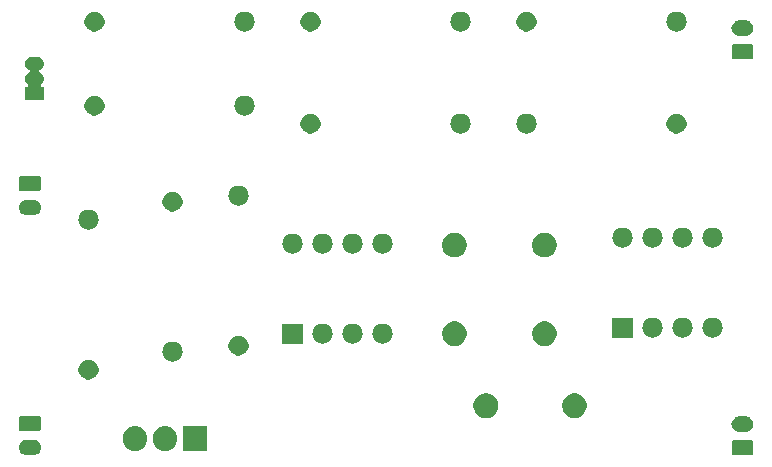
<source format=gbs>
G04 #@! TF.GenerationSoftware,KiCad,Pcbnew,(5.0.1)-rc2*
G04 #@! TF.CreationDate,2018-10-16T23:55:48-04:00*
G04 #@! TF.ProjectId,vco2,76636F322E6B696361645F7063620000,1*
G04 #@! TF.SameCoordinates,Original*
G04 #@! TF.FileFunction,Soldermask,Bot*
G04 #@! TF.FilePolarity,Negative*
%FSLAX46Y46*%
G04 Gerber Fmt 4.6, Leading zero omitted, Abs format (unit mm)*
G04 Created by KiCad (PCBNEW (5.0.1)-rc2) date 10/16/2018 11:55:48 PM*
%MOMM*%
%LPD*%
G01*
G04 APERTURE LIST*
%ADD10C,0.100000*%
G04 APERTURE END LIST*
D10*
G36*
X135386242Y-125845404D02*
X135423339Y-125856657D01*
X135457520Y-125874927D01*
X135487482Y-125899518D01*
X135512073Y-125929480D01*
X135530343Y-125963661D01*
X135541596Y-126000758D01*
X135546000Y-126045473D01*
X135546000Y-126938527D01*
X135541596Y-126983242D01*
X135530343Y-127020339D01*
X135512073Y-127054520D01*
X135487482Y-127084482D01*
X135457520Y-127109073D01*
X135423339Y-127127343D01*
X135386242Y-127138596D01*
X135341527Y-127143000D01*
X133898473Y-127143000D01*
X133853758Y-127138596D01*
X133816661Y-127127343D01*
X133782480Y-127109073D01*
X133752518Y-127084482D01*
X133727927Y-127054520D01*
X133709657Y-127020339D01*
X133698404Y-126983242D01*
X133694000Y-126938527D01*
X133694000Y-126045473D01*
X133698404Y-126000758D01*
X133709657Y-125963661D01*
X133727927Y-125929480D01*
X133752518Y-125899518D01*
X133782480Y-125874927D01*
X133816661Y-125856657D01*
X133853758Y-125845404D01*
X133898473Y-125841000D01*
X135341527Y-125841000D01*
X135386242Y-125845404D01*
X135386242Y-125845404D01*
G37*
G36*
X74633855Y-125812140D02*
X74697618Y-125818420D01*
X74772054Y-125841000D01*
X74820333Y-125855645D01*
X74878458Y-125886714D01*
X74933426Y-125916095D01*
X75032553Y-125997447D01*
X75113905Y-126096574D01*
X75113906Y-126096576D01*
X75174355Y-126209667D01*
X75174355Y-126209668D01*
X75211580Y-126332382D01*
X75224149Y-126460000D01*
X75211580Y-126587618D01*
X75202995Y-126615919D01*
X75174355Y-126710333D01*
X75136582Y-126781000D01*
X75113905Y-126823426D01*
X75032553Y-126922553D01*
X74933426Y-127003905D01*
X74933424Y-127003906D01*
X74820333Y-127064355D01*
X74779427Y-127076763D01*
X74697618Y-127101580D01*
X74633855Y-127107860D01*
X74601974Y-127111000D01*
X73988026Y-127111000D01*
X73956145Y-127107860D01*
X73892382Y-127101580D01*
X73810573Y-127076763D01*
X73769667Y-127064355D01*
X73656576Y-127003906D01*
X73656574Y-127003905D01*
X73557447Y-126922553D01*
X73476095Y-126823426D01*
X73453418Y-126781000D01*
X73415645Y-126710333D01*
X73387005Y-126615919D01*
X73378420Y-126587618D01*
X73365851Y-126460000D01*
X73378420Y-126332382D01*
X73415645Y-126209668D01*
X73415645Y-126209667D01*
X73476094Y-126096576D01*
X73476095Y-126096574D01*
X73557447Y-125997447D01*
X73656574Y-125916095D01*
X73711542Y-125886714D01*
X73769667Y-125855645D01*
X73817946Y-125841000D01*
X73892382Y-125818420D01*
X73956145Y-125812140D01*
X73988026Y-125809000D01*
X74601974Y-125809000D01*
X74633855Y-125812140D01*
X74633855Y-125812140D01*
G37*
G36*
X83381720Y-124693520D02*
X83570881Y-124750901D01*
X83745212Y-124844083D01*
X83898015Y-124969485D01*
X84023417Y-125122288D01*
X84116599Y-125296620D01*
X84173980Y-125485781D01*
X84173980Y-125485784D01*
X84188500Y-125633205D01*
X84188500Y-125826796D01*
X84185559Y-125856657D01*
X84173980Y-125974220D01*
X84116599Y-126163381D01*
X84023417Y-126337712D01*
X83898015Y-126490515D01*
X83745212Y-126615917D01*
X83570880Y-126709099D01*
X83381719Y-126766480D01*
X83185000Y-126785855D01*
X82988280Y-126766480D01*
X82799119Y-126709099D01*
X82624788Y-126615917D01*
X82471985Y-126490515D01*
X82346583Y-126337712D01*
X82253401Y-126163380D01*
X82196020Y-125974219D01*
X82184342Y-125855645D01*
X82181500Y-125826795D01*
X82181500Y-125633204D01*
X82196020Y-125485783D01*
X82196020Y-125485780D01*
X82253401Y-125296619D01*
X82346583Y-125122288D01*
X82471985Y-124969485D01*
X82624788Y-124844083D01*
X82799120Y-124750901D01*
X82988281Y-124693520D01*
X83185000Y-124674145D01*
X83381720Y-124693520D01*
X83381720Y-124693520D01*
G37*
G36*
X85921720Y-124693520D02*
X86110881Y-124750901D01*
X86285212Y-124844083D01*
X86438015Y-124969485D01*
X86563417Y-125122288D01*
X86656599Y-125296620D01*
X86713980Y-125485781D01*
X86713980Y-125485784D01*
X86728500Y-125633205D01*
X86728500Y-125826796D01*
X86725559Y-125856657D01*
X86713980Y-125974220D01*
X86656599Y-126163381D01*
X86563417Y-126337712D01*
X86438015Y-126490515D01*
X86285212Y-126615917D01*
X86110880Y-126709099D01*
X85921719Y-126766480D01*
X85725000Y-126785855D01*
X85528280Y-126766480D01*
X85339119Y-126709099D01*
X85164788Y-126615917D01*
X85011985Y-126490515D01*
X84886583Y-126337712D01*
X84793401Y-126163380D01*
X84736020Y-125974219D01*
X84724342Y-125855645D01*
X84721500Y-125826795D01*
X84721500Y-125633204D01*
X84736020Y-125485783D01*
X84736020Y-125485780D01*
X84793401Y-125296619D01*
X84886583Y-125122288D01*
X85011985Y-124969485D01*
X85164788Y-124844083D01*
X85339120Y-124750901D01*
X85528281Y-124693520D01*
X85725000Y-124674145D01*
X85921720Y-124693520D01*
X85921720Y-124693520D01*
G37*
G36*
X89268500Y-126781000D02*
X87261500Y-126781000D01*
X87261500Y-124679000D01*
X89268500Y-124679000D01*
X89268500Y-126781000D01*
X89268500Y-126781000D01*
G37*
G36*
X134946539Y-123842927D02*
X135022618Y-123850420D01*
X135078982Y-123867518D01*
X135145333Y-123887645D01*
X135223733Y-123929551D01*
X135258426Y-123948095D01*
X135357553Y-124029447D01*
X135438905Y-124128574D01*
X135438906Y-124128576D01*
X135499355Y-124241667D01*
X135499355Y-124241668D01*
X135536580Y-124364382D01*
X135549149Y-124492000D01*
X135536580Y-124619618D01*
X135514162Y-124693520D01*
X135499355Y-124742333D01*
X135494775Y-124750901D01*
X135438905Y-124855426D01*
X135357553Y-124954553D01*
X135258426Y-125035905D01*
X135258424Y-125035906D01*
X135145333Y-125096355D01*
X135114236Y-125105788D01*
X135022618Y-125133580D01*
X134958855Y-125139860D01*
X134926974Y-125143000D01*
X134313026Y-125143000D01*
X134281145Y-125139860D01*
X134217382Y-125133580D01*
X134125764Y-125105788D01*
X134094667Y-125096355D01*
X133981576Y-125035906D01*
X133981574Y-125035905D01*
X133882447Y-124954553D01*
X133801095Y-124855426D01*
X133745225Y-124750901D01*
X133740645Y-124742333D01*
X133725838Y-124693520D01*
X133703420Y-124619618D01*
X133690851Y-124492000D01*
X133703420Y-124364382D01*
X133740645Y-124241668D01*
X133740645Y-124241667D01*
X133801094Y-124128576D01*
X133801095Y-124128574D01*
X133882447Y-124029447D01*
X133981574Y-123948095D01*
X134016267Y-123929551D01*
X134094667Y-123887645D01*
X134161018Y-123867518D01*
X134217382Y-123850420D01*
X134293461Y-123842927D01*
X134313026Y-123841000D01*
X134926974Y-123841000D01*
X134946539Y-123842927D01*
X134946539Y-123842927D01*
G37*
G36*
X75061242Y-123813404D02*
X75098339Y-123824657D01*
X75132520Y-123842927D01*
X75162482Y-123867518D01*
X75187073Y-123897480D01*
X75205343Y-123931661D01*
X75216596Y-123968758D01*
X75221000Y-124013473D01*
X75221000Y-124906527D01*
X75216596Y-124951242D01*
X75205343Y-124988339D01*
X75187073Y-125022520D01*
X75162482Y-125052482D01*
X75132520Y-125077073D01*
X75098339Y-125095343D01*
X75061242Y-125106596D01*
X75016527Y-125111000D01*
X73573473Y-125111000D01*
X73528758Y-125106596D01*
X73491661Y-125095343D01*
X73457480Y-125077073D01*
X73427518Y-125052482D01*
X73402927Y-125022520D01*
X73384657Y-124988339D01*
X73373404Y-124951242D01*
X73369000Y-124906527D01*
X73369000Y-124013473D01*
X73373404Y-123968758D01*
X73384657Y-123931661D01*
X73402927Y-123897480D01*
X73427518Y-123867518D01*
X73457480Y-123842927D01*
X73491661Y-123824657D01*
X73528758Y-123813404D01*
X73573473Y-123809000D01*
X75016527Y-123809000D01*
X75061242Y-123813404D01*
X75061242Y-123813404D01*
G37*
G36*
X120702565Y-121925389D02*
X120893834Y-122004615D01*
X121065976Y-122119637D01*
X121212363Y-122266024D01*
X121327385Y-122438166D01*
X121406611Y-122629435D01*
X121447000Y-122832484D01*
X121447000Y-123039516D01*
X121406611Y-123242565D01*
X121327385Y-123433834D01*
X121212363Y-123605976D01*
X121065976Y-123752363D01*
X120893834Y-123867385D01*
X120702565Y-123946611D01*
X120499516Y-123987000D01*
X120292484Y-123987000D01*
X120089435Y-123946611D01*
X119898166Y-123867385D01*
X119726024Y-123752363D01*
X119579637Y-123605976D01*
X119464615Y-123433834D01*
X119385389Y-123242565D01*
X119345000Y-123039516D01*
X119345000Y-122832484D01*
X119385389Y-122629435D01*
X119464615Y-122438166D01*
X119579637Y-122266024D01*
X119726024Y-122119637D01*
X119898166Y-122004615D01*
X120089435Y-121925389D01*
X120292484Y-121885000D01*
X120499516Y-121885000D01*
X120702565Y-121925389D01*
X120702565Y-121925389D01*
G37*
G36*
X113202565Y-121925389D02*
X113393834Y-122004615D01*
X113565976Y-122119637D01*
X113712363Y-122266024D01*
X113827385Y-122438166D01*
X113906611Y-122629435D01*
X113947000Y-122832484D01*
X113947000Y-123039516D01*
X113906611Y-123242565D01*
X113827385Y-123433834D01*
X113712363Y-123605976D01*
X113565976Y-123752363D01*
X113393834Y-123867385D01*
X113202565Y-123946611D01*
X112999516Y-123987000D01*
X112792484Y-123987000D01*
X112589435Y-123946611D01*
X112398166Y-123867385D01*
X112226024Y-123752363D01*
X112079637Y-123605976D01*
X111964615Y-123433834D01*
X111885389Y-123242565D01*
X111845000Y-123039516D01*
X111845000Y-122832484D01*
X111885389Y-122629435D01*
X111964615Y-122438166D01*
X112079637Y-122266024D01*
X112226024Y-122119637D01*
X112398166Y-122004615D01*
X112589435Y-121925389D01*
X112792484Y-121885000D01*
X112999516Y-121885000D01*
X113202565Y-121925389D01*
X113202565Y-121925389D01*
G37*
G36*
X79496228Y-119069703D02*
X79651100Y-119133853D01*
X79790481Y-119226985D01*
X79909015Y-119345519D01*
X80002147Y-119484900D01*
X80066297Y-119639772D01*
X80099000Y-119804184D01*
X80099000Y-119971816D01*
X80066297Y-120136228D01*
X80002147Y-120291100D01*
X79909015Y-120430481D01*
X79790481Y-120549015D01*
X79651100Y-120642147D01*
X79496228Y-120706297D01*
X79331816Y-120739000D01*
X79164184Y-120739000D01*
X78999772Y-120706297D01*
X78844900Y-120642147D01*
X78705519Y-120549015D01*
X78586985Y-120430481D01*
X78493853Y-120291100D01*
X78429703Y-120136228D01*
X78397000Y-119971816D01*
X78397000Y-119804184D01*
X78429703Y-119639772D01*
X78493853Y-119484900D01*
X78586985Y-119345519D01*
X78705519Y-119226985D01*
X78844900Y-119133853D01*
X78999772Y-119069703D01*
X79164184Y-119037000D01*
X79331816Y-119037000D01*
X79496228Y-119069703D01*
X79496228Y-119069703D01*
G37*
G36*
X86526821Y-117525313D02*
X86526824Y-117525314D01*
X86526825Y-117525314D01*
X86687239Y-117573975D01*
X86687241Y-117573976D01*
X86687244Y-117573977D01*
X86835078Y-117652995D01*
X86964659Y-117759341D01*
X87071005Y-117888922D01*
X87150023Y-118036756D01*
X87150024Y-118036759D01*
X87150025Y-118036761D01*
X87198686Y-118197175D01*
X87198687Y-118197179D01*
X87215117Y-118364000D01*
X87198687Y-118530821D01*
X87198686Y-118530824D01*
X87198686Y-118530825D01*
X87155165Y-118674296D01*
X87150023Y-118691244D01*
X87071005Y-118839078D01*
X86964659Y-118968659D01*
X86835078Y-119075005D01*
X86687244Y-119154023D01*
X86687241Y-119154024D01*
X86687239Y-119154025D01*
X86526825Y-119202686D01*
X86526824Y-119202686D01*
X86526821Y-119202687D01*
X86401804Y-119215000D01*
X86318196Y-119215000D01*
X86193179Y-119202687D01*
X86193176Y-119202686D01*
X86193175Y-119202686D01*
X86032761Y-119154025D01*
X86032759Y-119154024D01*
X86032756Y-119154023D01*
X85884922Y-119075005D01*
X85755341Y-118968659D01*
X85648995Y-118839078D01*
X85569977Y-118691244D01*
X85564836Y-118674296D01*
X85521314Y-118530825D01*
X85521314Y-118530824D01*
X85521313Y-118530821D01*
X85504883Y-118364000D01*
X85521313Y-118197179D01*
X85521314Y-118197175D01*
X85569975Y-118036761D01*
X85569976Y-118036759D01*
X85569977Y-118036756D01*
X85648995Y-117888922D01*
X85755341Y-117759341D01*
X85884922Y-117652995D01*
X86032756Y-117573977D01*
X86032759Y-117573976D01*
X86032761Y-117573975D01*
X86193175Y-117525314D01*
X86193176Y-117525314D01*
X86193179Y-117525313D01*
X86318196Y-117513000D01*
X86401804Y-117513000D01*
X86526821Y-117525313D01*
X86526821Y-117525313D01*
G37*
G36*
X92196228Y-117037703D02*
X92351100Y-117101853D01*
X92490481Y-117194985D01*
X92609015Y-117313519D01*
X92702147Y-117452900D01*
X92766297Y-117607772D01*
X92799000Y-117772184D01*
X92799000Y-117939816D01*
X92766297Y-118104228D01*
X92702147Y-118259100D01*
X92609015Y-118398481D01*
X92490481Y-118517015D01*
X92351100Y-118610147D01*
X92196228Y-118674297D01*
X92031816Y-118707000D01*
X91864184Y-118707000D01*
X91699772Y-118674297D01*
X91544900Y-118610147D01*
X91405519Y-118517015D01*
X91286985Y-118398481D01*
X91193853Y-118259100D01*
X91129703Y-118104228D01*
X91097000Y-117939816D01*
X91097000Y-117772184D01*
X91129703Y-117607772D01*
X91193853Y-117452900D01*
X91286985Y-117313519D01*
X91405519Y-117194985D01*
X91544900Y-117101853D01*
X91699772Y-117037703D01*
X91864184Y-117005000D01*
X92031816Y-117005000D01*
X92196228Y-117037703D01*
X92196228Y-117037703D01*
G37*
G36*
X110542565Y-115829389D02*
X110733834Y-115908615D01*
X110905976Y-116023637D01*
X111052363Y-116170024D01*
X111167385Y-116342166D01*
X111246611Y-116533435D01*
X111287000Y-116736484D01*
X111287000Y-116943516D01*
X111246611Y-117146565D01*
X111167385Y-117337834D01*
X111052363Y-117509976D01*
X110905976Y-117656363D01*
X110733834Y-117771385D01*
X110542565Y-117850611D01*
X110339516Y-117891000D01*
X110132484Y-117891000D01*
X109929435Y-117850611D01*
X109738166Y-117771385D01*
X109566024Y-117656363D01*
X109419637Y-117509976D01*
X109304615Y-117337834D01*
X109225389Y-117146565D01*
X109185000Y-116943516D01*
X109185000Y-116736484D01*
X109225389Y-116533435D01*
X109304615Y-116342166D01*
X109419637Y-116170024D01*
X109566024Y-116023637D01*
X109738166Y-115908615D01*
X109929435Y-115829389D01*
X110132484Y-115789000D01*
X110339516Y-115789000D01*
X110542565Y-115829389D01*
X110542565Y-115829389D01*
G37*
G36*
X118162565Y-115829389D02*
X118353834Y-115908615D01*
X118525976Y-116023637D01*
X118672363Y-116170024D01*
X118787385Y-116342166D01*
X118866611Y-116533435D01*
X118907000Y-116736484D01*
X118907000Y-116943516D01*
X118866611Y-117146565D01*
X118787385Y-117337834D01*
X118672363Y-117509976D01*
X118525976Y-117656363D01*
X118353834Y-117771385D01*
X118162565Y-117850611D01*
X117959516Y-117891000D01*
X117752484Y-117891000D01*
X117549435Y-117850611D01*
X117358166Y-117771385D01*
X117186024Y-117656363D01*
X117039637Y-117509976D01*
X116924615Y-117337834D01*
X116845389Y-117146565D01*
X116805000Y-116943516D01*
X116805000Y-116736484D01*
X116845389Y-116533435D01*
X116924615Y-116342166D01*
X117039637Y-116170024D01*
X117186024Y-116023637D01*
X117358166Y-115908615D01*
X117549435Y-115829389D01*
X117752484Y-115789000D01*
X117959516Y-115789000D01*
X118162565Y-115829389D01*
X118162565Y-115829389D01*
G37*
G36*
X97371000Y-117691000D02*
X95669000Y-117691000D01*
X95669000Y-115989000D01*
X97371000Y-115989000D01*
X97371000Y-117691000D01*
X97371000Y-117691000D01*
G37*
G36*
X104306821Y-116001313D02*
X104306824Y-116001314D01*
X104306825Y-116001314D01*
X104467239Y-116049975D01*
X104467241Y-116049976D01*
X104467244Y-116049977D01*
X104615078Y-116128995D01*
X104744659Y-116235341D01*
X104851005Y-116364922D01*
X104930023Y-116512756D01*
X104930024Y-116512759D01*
X104930025Y-116512761D01*
X104974460Y-116659244D01*
X104978687Y-116673179D01*
X104995117Y-116840000D01*
X104978687Y-117006821D01*
X104978686Y-117006824D01*
X104978686Y-117006825D01*
X104943741Y-117122025D01*
X104930023Y-117167244D01*
X104851005Y-117315078D01*
X104744659Y-117444659D01*
X104615078Y-117551005D01*
X104467244Y-117630023D01*
X104467241Y-117630024D01*
X104467239Y-117630025D01*
X104306825Y-117678686D01*
X104306824Y-117678686D01*
X104306821Y-117678687D01*
X104181804Y-117691000D01*
X104098196Y-117691000D01*
X103973179Y-117678687D01*
X103973176Y-117678686D01*
X103973175Y-117678686D01*
X103812761Y-117630025D01*
X103812759Y-117630024D01*
X103812756Y-117630023D01*
X103664922Y-117551005D01*
X103535341Y-117444659D01*
X103428995Y-117315078D01*
X103349977Y-117167244D01*
X103336260Y-117122025D01*
X103301314Y-117006825D01*
X103301314Y-117006824D01*
X103301313Y-117006821D01*
X103284883Y-116840000D01*
X103301313Y-116673179D01*
X103305540Y-116659244D01*
X103349975Y-116512761D01*
X103349976Y-116512759D01*
X103349977Y-116512756D01*
X103428995Y-116364922D01*
X103535341Y-116235341D01*
X103664922Y-116128995D01*
X103812756Y-116049977D01*
X103812759Y-116049976D01*
X103812761Y-116049975D01*
X103973175Y-116001314D01*
X103973176Y-116001314D01*
X103973179Y-116001313D01*
X104098196Y-115989000D01*
X104181804Y-115989000D01*
X104306821Y-116001313D01*
X104306821Y-116001313D01*
G37*
G36*
X101766821Y-116001313D02*
X101766824Y-116001314D01*
X101766825Y-116001314D01*
X101927239Y-116049975D01*
X101927241Y-116049976D01*
X101927244Y-116049977D01*
X102075078Y-116128995D01*
X102204659Y-116235341D01*
X102311005Y-116364922D01*
X102390023Y-116512756D01*
X102390024Y-116512759D01*
X102390025Y-116512761D01*
X102434460Y-116659244D01*
X102438687Y-116673179D01*
X102455117Y-116840000D01*
X102438687Y-117006821D01*
X102438686Y-117006824D01*
X102438686Y-117006825D01*
X102403741Y-117122025D01*
X102390023Y-117167244D01*
X102311005Y-117315078D01*
X102204659Y-117444659D01*
X102075078Y-117551005D01*
X101927244Y-117630023D01*
X101927241Y-117630024D01*
X101927239Y-117630025D01*
X101766825Y-117678686D01*
X101766824Y-117678686D01*
X101766821Y-117678687D01*
X101641804Y-117691000D01*
X101558196Y-117691000D01*
X101433179Y-117678687D01*
X101433176Y-117678686D01*
X101433175Y-117678686D01*
X101272761Y-117630025D01*
X101272759Y-117630024D01*
X101272756Y-117630023D01*
X101124922Y-117551005D01*
X100995341Y-117444659D01*
X100888995Y-117315078D01*
X100809977Y-117167244D01*
X100796260Y-117122025D01*
X100761314Y-117006825D01*
X100761314Y-117006824D01*
X100761313Y-117006821D01*
X100744883Y-116840000D01*
X100761313Y-116673179D01*
X100765540Y-116659244D01*
X100809975Y-116512761D01*
X100809976Y-116512759D01*
X100809977Y-116512756D01*
X100888995Y-116364922D01*
X100995341Y-116235341D01*
X101124922Y-116128995D01*
X101272756Y-116049977D01*
X101272759Y-116049976D01*
X101272761Y-116049975D01*
X101433175Y-116001314D01*
X101433176Y-116001314D01*
X101433179Y-116001313D01*
X101558196Y-115989000D01*
X101641804Y-115989000D01*
X101766821Y-116001313D01*
X101766821Y-116001313D01*
G37*
G36*
X99226821Y-116001313D02*
X99226824Y-116001314D01*
X99226825Y-116001314D01*
X99387239Y-116049975D01*
X99387241Y-116049976D01*
X99387244Y-116049977D01*
X99535078Y-116128995D01*
X99664659Y-116235341D01*
X99771005Y-116364922D01*
X99850023Y-116512756D01*
X99850024Y-116512759D01*
X99850025Y-116512761D01*
X99894460Y-116659244D01*
X99898687Y-116673179D01*
X99915117Y-116840000D01*
X99898687Y-117006821D01*
X99898686Y-117006824D01*
X99898686Y-117006825D01*
X99863741Y-117122025D01*
X99850023Y-117167244D01*
X99771005Y-117315078D01*
X99664659Y-117444659D01*
X99535078Y-117551005D01*
X99387244Y-117630023D01*
X99387241Y-117630024D01*
X99387239Y-117630025D01*
X99226825Y-117678686D01*
X99226824Y-117678686D01*
X99226821Y-117678687D01*
X99101804Y-117691000D01*
X99018196Y-117691000D01*
X98893179Y-117678687D01*
X98893176Y-117678686D01*
X98893175Y-117678686D01*
X98732761Y-117630025D01*
X98732759Y-117630024D01*
X98732756Y-117630023D01*
X98584922Y-117551005D01*
X98455341Y-117444659D01*
X98348995Y-117315078D01*
X98269977Y-117167244D01*
X98256260Y-117122025D01*
X98221314Y-117006825D01*
X98221314Y-117006824D01*
X98221313Y-117006821D01*
X98204883Y-116840000D01*
X98221313Y-116673179D01*
X98225540Y-116659244D01*
X98269975Y-116512761D01*
X98269976Y-116512759D01*
X98269977Y-116512756D01*
X98348995Y-116364922D01*
X98455341Y-116235341D01*
X98584922Y-116128995D01*
X98732756Y-116049977D01*
X98732759Y-116049976D01*
X98732761Y-116049975D01*
X98893175Y-116001314D01*
X98893176Y-116001314D01*
X98893179Y-116001313D01*
X99018196Y-115989000D01*
X99101804Y-115989000D01*
X99226821Y-116001313D01*
X99226821Y-116001313D01*
G37*
G36*
X129706821Y-115493313D02*
X129706824Y-115493314D01*
X129706825Y-115493314D01*
X129867239Y-115541975D01*
X129867241Y-115541976D01*
X129867244Y-115541977D01*
X130015078Y-115620995D01*
X130144659Y-115727341D01*
X130251005Y-115856922D01*
X130330023Y-116004756D01*
X130330024Y-116004759D01*
X130330025Y-116004761D01*
X130343741Y-116049977D01*
X130378687Y-116165179D01*
X130395117Y-116332000D01*
X130378687Y-116498821D01*
X130378686Y-116498824D01*
X130378686Y-116498825D01*
X130374459Y-116512761D01*
X130330023Y-116659244D01*
X130251005Y-116807078D01*
X130144659Y-116936659D01*
X130015078Y-117043005D01*
X129867244Y-117122023D01*
X129867241Y-117122024D01*
X129867239Y-117122025D01*
X129706825Y-117170686D01*
X129706824Y-117170686D01*
X129706821Y-117170687D01*
X129581804Y-117183000D01*
X129498196Y-117183000D01*
X129373179Y-117170687D01*
X129373176Y-117170686D01*
X129373175Y-117170686D01*
X129212761Y-117122025D01*
X129212759Y-117122024D01*
X129212756Y-117122023D01*
X129064922Y-117043005D01*
X128935341Y-116936659D01*
X128828995Y-116807078D01*
X128749977Y-116659244D01*
X128705542Y-116512761D01*
X128701314Y-116498825D01*
X128701314Y-116498824D01*
X128701313Y-116498821D01*
X128684883Y-116332000D01*
X128701313Y-116165179D01*
X128736259Y-116049977D01*
X128749975Y-116004761D01*
X128749976Y-116004759D01*
X128749977Y-116004756D01*
X128828995Y-115856922D01*
X128935341Y-115727341D01*
X129064922Y-115620995D01*
X129212756Y-115541977D01*
X129212759Y-115541976D01*
X129212761Y-115541975D01*
X129373175Y-115493314D01*
X129373176Y-115493314D01*
X129373179Y-115493313D01*
X129498196Y-115481000D01*
X129581804Y-115481000D01*
X129706821Y-115493313D01*
X129706821Y-115493313D01*
G37*
G36*
X125311000Y-117183000D02*
X123609000Y-117183000D01*
X123609000Y-115481000D01*
X125311000Y-115481000D01*
X125311000Y-117183000D01*
X125311000Y-117183000D01*
G37*
G36*
X127166821Y-115493313D02*
X127166824Y-115493314D01*
X127166825Y-115493314D01*
X127327239Y-115541975D01*
X127327241Y-115541976D01*
X127327244Y-115541977D01*
X127475078Y-115620995D01*
X127604659Y-115727341D01*
X127711005Y-115856922D01*
X127790023Y-116004756D01*
X127790024Y-116004759D01*
X127790025Y-116004761D01*
X127803741Y-116049977D01*
X127838687Y-116165179D01*
X127855117Y-116332000D01*
X127838687Y-116498821D01*
X127838686Y-116498824D01*
X127838686Y-116498825D01*
X127834459Y-116512761D01*
X127790023Y-116659244D01*
X127711005Y-116807078D01*
X127604659Y-116936659D01*
X127475078Y-117043005D01*
X127327244Y-117122023D01*
X127327241Y-117122024D01*
X127327239Y-117122025D01*
X127166825Y-117170686D01*
X127166824Y-117170686D01*
X127166821Y-117170687D01*
X127041804Y-117183000D01*
X126958196Y-117183000D01*
X126833179Y-117170687D01*
X126833176Y-117170686D01*
X126833175Y-117170686D01*
X126672761Y-117122025D01*
X126672759Y-117122024D01*
X126672756Y-117122023D01*
X126524922Y-117043005D01*
X126395341Y-116936659D01*
X126288995Y-116807078D01*
X126209977Y-116659244D01*
X126165542Y-116512761D01*
X126161314Y-116498825D01*
X126161314Y-116498824D01*
X126161313Y-116498821D01*
X126144883Y-116332000D01*
X126161313Y-116165179D01*
X126196259Y-116049977D01*
X126209975Y-116004761D01*
X126209976Y-116004759D01*
X126209977Y-116004756D01*
X126288995Y-115856922D01*
X126395341Y-115727341D01*
X126524922Y-115620995D01*
X126672756Y-115541977D01*
X126672759Y-115541976D01*
X126672761Y-115541975D01*
X126833175Y-115493314D01*
X126833176Y-115493314D01*
X126833179Y-115493313D01*
X126958196Y-115481000D01*
X127041804Y-115481000D01*
X127166821Y-115493313D01*
X127166821Y-115493313D01*
G37*
G36*
X132246821Y-115493313D02*
X132246824Y-115493314D01*
X132246825Y-115493314D01*
X132407239Y-115541975D01*
X132407241Y-115541976D01*
X132407244Y-115541977D01*
X132555078Y-115620995D01*
X132684659Y-115727341D01*
X132791005Y-115856922D01*
X132870023Y-116004756D01*
X132870024Y-116004759D01*
X132870025Y-116004761D01*
X132883741Y-116049977D01*
X132918687Y-116165179D01*
X132935117Y-116332000D01*
X132918687Y-116498821D01*
X132918686Y-116498824D01*
X132918686Y-116498825D01*
X132914459Y-116512761D01*
X132870023Y-116659244D01*
X132791005Y-116807078D01*
X132684659Y-116936659D01*
X132555078Y-117043005D01*
X132407244Y-117122023D01*
X132407241Y-117122024D01*
X132407239Y-117122025D01*
X132246825Y-117170686D01*
X132246824Y-117170686D01*
X132246821Y-117170687D01*
X132121804Y-117183000D01*
X132038196Y-117183000D01*
X131913179Y-117170687D01*
X131913176Y-117170686D01*
X131913175Y-117170686D01*
X131752761Y-117122025D01*
X131752759Y-117122024D01*
X131752756Y-117122023D01*
X131604922Y-117043005D01*
X131475341Y-116936659D01*
X131368995Y-116807078D01*
X131289977Y-116659244D01*
X131245542Y-116512761D01*
X131241314Y-116498825D01*
X131241314Y-116498824D01*
X131241313Y-116498821D01*
X131224883Y-116332000D01*
X131241313Y-116165179D01*
X131276259Y-116049977D01*
X131289975Y-116004761D01*
X131289976Y-116004759D01*
X131289977Y-116004756D01*
X131368995Y-115856922D01*
X131475341Y-115727341D01*
X131604922Y-115620995D01*
X131752756Y-115541977D01*
X131752759Y-115541976D01*
X131752761Y-115541975D01*
X131913175Y-115493314D01*
X131913176Y-115493314D01*
X131913179Y-115493313D01*
X132038196Y-115481000D01*
X132121804Y-115481000D01*
X132246821Y-115493313D01*
X132246821Y-115493313D01*
G37*
G36*
X110542565Y-108329389D02*
X110733834Y-108408615D01*
X110905976Y-108523637D01*
X111052363Y-108670024D01*
X111167385Y-108842166D01*
X111246611Y-109033435D01*
X111287000Y-109236484D01*
X111287000Y-109443516D01*
X111246611Y-109646565D01*
X111167385Y-109837834D01*
X111052363Y-110009976D01*
X110905976Y-110156363D01*
X110733834Y-110271385D01*
X110542565Y-110350611D01*
X110339516Y-110391000D01*
X110132484Y-110391000D01*
X109929435Y-110350611D01*
X109738166Y-110271385D01*
X109566024Y-110156363D01*
X109419637Y-110009976D01*
X109304615Y-109837834D01*
X109225389Y-109646565D01*
X109185000Y-109443516D01*
X109185000Y-109236484D01*
X109225389Y-109033435D01*
X109304615Y-108842166D01*
X109419637Y-108670024D01*
X109566024Y-108523637D01*
X109738166Y-108408615D01*
X109929435Y-108329389D01*
X110132484Y-108289000D01*
X110339516Y-108289000D01*
X110542565Y-108329389D01*
X110542565Y-108329389D01*
G37*
G36*
X118162565Y-108329389D02*
X118353834Y-108408615D01*
X118525976Y-108523637D01*
X118672363Y-108670024D01*
X118787385Y-108842166D01*
X118866611Y-109033435D01*
X118907000Y-109236484D01*
X118907000Y-109443516D01*
X118866611Y-109646565D01*
X118787385Y-109837834D01*
X118672363Y-110009976D01*
X118525976Y-110156363D01*
X118353834Y-110271385D01*
X118162565Y-110350611D01*
X117959516Y-110391000D01*
X117752484Y-110391000D01*
X117549435Y-110350611D01*
X117358166Y-110271385D01*
X117186024Y-110156363D01*
X117039637Y-110009976D01*
X116924615Y-109837834D01*
X116845389Y-109646565D01*
X116805000Y-109443516D01*
X116805000Y-109236484D01*
X116845389Y-109033435D01*
X116924615Y-108842166D01*
X117039637Y-108670024D01*
X117186024Y-108523637D01*
X117358166Y-108408615D01*
X117549435Y-108329389D01*
X117752484Y-108289000D01*
X117959516Y-108289000D01*
X118162565Y-108329389D01*
X118162565Y-108329389D01*
G37*
G36*
X104306821Y-108381313D02*
X104306824Y-108381314D01*
X104306825Y-108381314D01*
X104467239Y-108429975D01*
X104467241Y-108429976D01*
X104467244Y-108429977D01*
X104615078Y-108508995D01*
X104744659Y-108615341D01*
X104851005Y-108744922D01*
X104930023Y-108892756D01*
X104930024Y-108892759D01*
X104930025Y-108892761D01*
X104974460Y-109039244D01*
X104978687Y-109053179D01*
X104995117Y-109220000D01*
X104978687Y-109386821D01*
X104978686Y-109386824D01*
X104978686Y-109386825D01*
X104943741Y-109502025D01*
X104930023Y-109547244D01*
X104851005Y-109695078D01*
X104744659Y-109824659D01*
X104615078Y-109931005D01*
X104467244Y-110010023D01*
X104467241Y-110010024D01*
X104467239Y-110010025D01*
X104306825Y-110058686D01*
X104306824Y-110058686D01*
X104306821Y-110058687D01*
X104181804Y-110071000D01*
X104098196Y-110071000D01*
X103973179Y-110058687D01*
X103973176Y-110058686D01*
X103973175Y-110058686D01*
X103812761Y-110010025D01*
X103812759Y-110010024D01*
X103812756Y-110010023D01*
X103664922Y-109931005D01*
X103535341Y-109824659D01*
X103428995Y-109695078D01*
X103349977Y-109547244D01*
X103336260Y-109502025D01*
X103301314Y-109386825D01*
X103301314Y-109386824D01*
X103301313Y-109386821D01*
X103284883Y-109220000D01*
X103301313Y-109053179D01*
X103305540Y-109039244D01*
X103349975Y-108892761D01*
X103349976Y-108892759D01*
X103349977Y-108892756D01*
X103428995Y-108744922D01*
X103535341Y-108615341D01*
X103664922Y-108508995D01*
X103812756Y-108429977D01*
X103812759Y-108429976D01*
X103812761Y-108429975D01*
X103973175Y-108381314D01*
X103973176Y-108381314D01*
X103973179Y-108381313D01*
X104098196Y-108369000D01*
X104181804Y-108369000D01*
X104306821Y-108381313D01*
X104306821Y-108381313D01*
G37*
G36*
X101766821Y-108381313D02*
X101766824Y-108381314D01*
X101766825Y-108381314D01*
X101927239Y-108429975D01*
X101927241Y-108429976D01*
X101927244Y-108429977D01*
X102075078Y-108508995D01*
X102204659Y-108615341D01*
X102311005Y-108744922D01*
X102390023Y-108892756D01*
X102390024Y-108892759D01*
X102390025Y-108892761D01*
X102434460Y-109039244D01*
X102438687Y-109053179D01*
X102455117Y-109220000D01*
X102438687Y-109386821D01*
X102438686Y-109386824D01*
X102438686Y-109386825D01*
X102403741Y-109502025D01*
X102390023Y-109547244D01*
X102311005Y-109695078D01*
X102204659Y-109824659D01*
X102075078Y-109931005D01*
X101927244Y-110010023D01*
X101927241Y-110010024D01*
X101927239Y-110010025D01*
X101766825Y-110058686D01*
X101766824Y-110058686D01*
X101766821Y-110058687D01*
X101641804Y-110071000D01*
X101558196Y-110071000D01*
X101433179Y-110058687D01*
X101433176Y-110058686D01*
X101433175Y-110058686D01*
X101272761Y-110010025D01*
X101272759Y-110010024D01*
X101272756Y-110010023D01*
X101124922Y-109931005D01*
X100995341Y-109824659D01*
X100888995Y-109695078D01*
X100809977Y-109547244D01*
X100796260Y-109502025D01*
X100761314Y-109386825D01*
X100761314Y-109386824D01*
X100761313Y-109386821D01*
X100744883Y-109220000D01*
X100761313Y-109053179D01*
X100765540Y-109039244D01*
X100809975Y-108892761D01*
X100809976Y-108892759D01*
X100809977Y-108892756D01*
X100888995Y-108744922D01*
X100995341Y-108615341D01*
X101124922Y-108508995D01*
X101272756Y-108429977D01*
X101272759Y-108429976D01*
X101272761Y-108429975D01*
X101433175Y-108381314D01*
X101433176Y-108381314D01*
X101433179Y-108381313D01*
X101558196Y-108369000D01*
X101641804Y-108369000D01*
X101766821Y-108381313D01*
X101766821Y-108381313D01*
G37*
G36*
X96686821Y-108381313D02*
X96686824Y-108381314D01*
X96686825Y-108381314D01*
X96847239Y-108429975D01*
X96847241Y-108429976D01*
X96847244Y-108429977D01*
X96995078Y-108508995D01*
X97124659Y-108615341D01*
X97231005Y-108744922D01*
X97310023Y-108892756D01*
X97310024Y-108892759D01*
X97310025Y-108892761D01*
X97354460Y-109039244D01*
X97358687Y-109053179D01*
X97375117Y-109220000D01*
X97358687Y-109386821D01*
X97358686Y-109386824D01*
X97358686Y-109386825D01*
X97323741Y-109502025D01*
X97310023Y-109547244D01*
X97231005Y-109695078D01*
X97124659Y-109824659D01*
X96995078Y-109931005D01*
X96847244Y-110010023D01*
X96847241Y-110010024D01*
X96847239Y-110010025D01*
X96686825Y-110058686D01*
X96686824Y-110058686D01*
X96686821Y-110058687D01*
X96561804Y-110071000D01*
X96478196Y-110071000D01*
X96353179Y-110058687D01*
X96353176Y-110058686D01*
X96353175Y-110058686D01*
X96192761Y-110010025D01*
X96192759Y-110010024D01*
X96192756Y-110010023D01*
X96044922Y-109931005D01*
X95915341Y-109824659D01*
X95808995Y-109695078D01*
X95729977Y-109547244D01*
X95716260Y-109502025D01*
X95681314Y-109386825D01*
X95681314Y-109386824D01*
X95681313Y-109386821D01*
X95664883Y-109220000D01*
X95681313Y-109053179D01*
X95685540Y-109039244D01*
X95729975Y-108892761D01*
X95729976Y-108892759D01*
X95729977Y-108892756D01*
X95808995Y-108744922D01*
X95915341Y-108615341D01*
X96044922Y-108508995D01*
X96192756Y-108429977D01*
X96192759Y-108429976D01*
X96192761Y-108429975D01*
X96353175Y-108381314D01*
X96353176Y-108381314D01*
X96353179Y-108381313D01*
X96478196Y-108369000D01*
X96561804Y-108369000D01*
X96686821Y-108381313D01*
X96686821Y-108381313D01*
G37*
G36*
X99226821Y-108381313D02*
X99226824Y-108381314D01*
X99226825Y-108381314D01*
X99387239Y-108429975D01*
X99387241Y-108429976D01*
X99387244Y-108429977D01*
X99535078Y-108508995D01*
X99664659Y-108615341D01*
X99771005Y-108744922D01*
X99850023Y-108892756D01*
X99850024Y-108892759D01*
X99850025Y-108892761D01*
X99894460Y-109039244D01*
X99898687Y-109053179D01*
X99915117Y-109220000D01*
X99898687Y-109386821D01*
X99898686Y-109386824D01*
X99898686Y-109386825D01*
X99863741Y-109502025D01*
X99850023Y-109547244D01*
X99771005Y-109695078D01*
X99664659Y-109824659D01*
X99535078Y-109931005D01*
X99387244Y-110010023D01*
X99387241Y-110010024D01*
X99387239Y-110010025D01*
X99226825Y-110058686D01*
X99226824Y-110058686D01*
X99226821Y-110058687D01*
X99101804Y-110071000D01*
X99018196Y-110071000D01*
X98893179Y-110058687D01*
X98893176Y-110058686D01*
X98893175Y-110058686D01*
X98732761Y-110010025D01*
X98732759Y-110010024D01*
X98732756Y-110010023D01*
X98584922Y-109931005D01*
X98455341Y-109824659D01*
X98348995Y-109695078D01*
X98269977Y-109547244D01*
X98256260Y-109502025D01*
X98221314Y-109386825D01*
X98221314Y-109386824D01*
X98221313Y-109386821D01*
X98204883Y-109220000D01*
X98221313Y-109053179D01*
X98225540Y-109039244D01*
X98269975Y-108892761D01*
X98269976Y-108892759D01*
X98269977Y-108892756D01*
X98348995Y-108744922D01*
X98455341Y-108615341D01*
X98584922Y-108508995D01*
X98732756Y-108429977D01*
X98732759Y-108429976D01*
X98732761Y-108429975D01*
X98893175Y-108381314D01*
X98893176Y-108381314D01*
X98893179Y-108381313D01*
X99018196Y-108369000D01*
X99101804Y-108369000D01*
X99226821Y-108381313D01*
X99226821Y-108381313D01*
G37*
G36*
X132246821Y-107873313D02*
X132246824Y-107873314D01*
X132246825Y-107873314D01*
X132407239Y-107921975D01*
X132407241Y-107921976D01*
X132407244Y-107921977D01*
X132555078Y-108000995D01*
X132684659Y-108107341D01*
X132791005Y-108236922D01*
X132870023Y-108384756D01*
X132870024Y-108384759D01*
X132870025Y-108384761D01*
X132918686Y-108545175D01*
X132918687Y-108545179D01*
X132935117Y-108712000D01*
X132918687Y-108878821D01*
X132918686Y-108878824D01*
X132918686Y-108878825D01*
X132871786Y-109033435D01*
X132870023Y-109039244D01*
X132791005Y-109187078D01*
X132684659Y-109316659D01*
X132555078Y-109423005D01*
X132407244Y-109502023D01*
X132407241Y-109502024D01*
X132407239Y-109502025D01*
X132246825Y-109550686D01*
X132246824Y-109550686D01*
X132246821Y-109550687D01*
X132121804Y-109563000D01*
X132038196Y-109563000D01*
X131913179Y-109550687D01*
X131913176Y-109550686D01*
X131913175Y-109550686D01*
X131752761Y-109502025D01*
X131752759Y-109502024D01*
X131752756Y-109502023D01*
X131604922Y-109423005D01*
X131475341Y-109316659D01*
X131368995Y-109187078D01*
X131289977Y-109039244D01*
X131288215Y-109033435D01*
X131241314Y-108878825D01*
X131241314Y-108878824D01*
X131241313Y-108878821D01*
X131224883Y-108712000D01*
X131241313Y-108545179D01*
X131241314Y-108545175D01*
X131289975Y-108384761D01*
X131289976Y-108384759D01*
X131289977Y-108384756D01*
X131368995Y-108236922D01*
X131475341Y-108107341D01*
X131604922Y-108000995D01*
X131752756Y-107921977D01*
X131752759Y-107921976D01*
X131752761Y-107921975D01*
X131913175Y-107873314D01*
X131913176Y-107873314D01*
X131913179Y-107873313D01*
X132038196Y-107861000D01*
X132121804Y-107861000D01*
X132246821Y-107873313D01*
X132246821Y-107873313D01*
G37*
G36*
X129706821Y-107873313D02*
X129706824Y-107873314D01*
X129706825Y-107873314D01*
X129867239Y-107921975D01*
X129867241Y-107921976D01*
X129867244Y-107921977D01*
X130015078Y-108000995D01*
X130144659Y-108107341D01*
X130251005Y-108236922D01*
X130330023Y-108384756D01*
X130330024Y-108384759D01*
X130330025Y-108384761D01*
X130378686Y-108545175D01*
X130378687Y-108545179D01*
X130395117Y-108712000D01*
X130378687Y-108878821D01*
X130378686Y-108878824D01*
X130378686Y-108878825D01*
X130331786Y-109033435D01*
X130330023Y-109039244D01*
X130251005Y-109187078D01*
X130144659Y-109316659D01*
X130015078Y-109423005D01*
X129867244Y-109502023D01*
X129867241Y-109502024D01*
X129867239Y-109502025D01*
X129706825Y-109550686D01*
X129706824Y-109550686D01*
X129706821Y-109550687D01*
X129581804Y-109563000D01*
X129498196Y-109563000D01*
X129373179Y-109550687D01*
X129373176Y-109550686D01*
X129373175Y-109550686D01*
X129212761Y-109502025D01*
X129212759Y-109502024D01*
X129212756Y-109502023D01*
X129064922Y-109423005D01*
X128935341Y-109316659D01*
X128828995Y-109187078D01*
X128749977Y-109039244D01*
X128748215Y-109033435D01*
X128701314Y-108878825D01*
X128701314Y-108878824D01*
X128701313Y-108878821D01*
X128684883Y-108712000D01*
X128701313Y-108545179D01*
X128701314Y-108545175D01*
X128749975Y-108384761D01*
X128749976Y-108384759D01*
X128749977Y-108384756D01*
X128828995Y-108236922D01*
X128935341Y-108107341D01*
X129064922Y-108000995D01*
X129212756Y-107921977D01*
X129212759Y-107921976D01*
X129212761Y-107921975D01*
X129373175Y-107873314D01*
X129373176Y-107873314D01*
X129373179Y-107873313D01*
X129498196Y-107861000D01*
X129581804Y-107861000D01*
X129706821Y-107873313D01*
X129706821Y-107873313D01*
G37*
G36*
X127166821Y-107873313D02*
X127166824Y-107873314D01*
X127166825Y-107873314D01*
X127327239Y-107921975D01*
X127327241Y-107921976D01*
X127327244Y-107921977D01*
X127475078Y-108000995D01*
X127604659Y-108107341D01*
X127711005Y-108236922D01*
X127790023Y-108384756D01*
X127790024Y-108384759D01*
X127790025Y-108384761D01*
X127838686Y-108545175D01*
X127838687Y-108545179D01*
X127855117Y-108712000D01*
X127838687Y-108878821D01*
X127838686Y-108878824D01*
X127838686Y-108878825D01*
X127791786Y-109033435D01*
X127790023Y-109039244D01*
X127711005Y-109187078D01*
X127604659Y-109316659D01*
X127475078Y-109423005D01*
X127327244Y-109502023D01*
X127327241Y-109502024D01*
X127327239Y-109502025D01*
X127166825Y-109550686D01*
X127166824Y-109550686D01*
X127166821Y-109550687D01*
X127041804Y-109563000D01*
X126958196Y-109563000D01*
X126833179Y-109550687D01*
X126833176Y-109550686D01*
X126833175Y-109550686D01*
X126672761Y-109502025D01*
X126672759Y-109502024D01*
X126672756Y-109502023D01*
X126524922Y-109423005D01*
X126395341Y-109316659D01*
X126288995Y-109187078D01*
X126209977Y-109039244D01*
X126208215Y-109033435D01*
X126161314Y-108878825D01*
X126161314Y-108878824D01*
X126161313Y-108878821D01*
X126144883Y-108712000D01*
X126161313Y-108545179D01*
X126161314Y-108545175D01*
X126209975Y-108384761D01*
X126209976Y-108384759D01*
X126209977Y-108384756D01*
X126288995Y-108236922D01*
X126395341Y-108107341D01*
X126524922Y-108000995D01*
X126672756Y-107921977D01*
X126672759Y-107921976D01*
X126672761Y-107921975D01*
X126833175Y-107873314D01*
X126833176Y-107873314D01*
X126833179Y-107873313D01*
X126958196Y-107861000D01*
X127041804Y-107861000D01*
X127166821Y-107873313D01*
X127166821Y-107873313D01*
G37*
G36*
X124626821Y-107873313D02*
X124626824Y-107873314D01*
X124626825Y-107873314D01*
X124787239Y-107921975D01*
X124787241Y-107921976D01*
X124787244Y-107921977D01*
X124935078Y-108000995D01*
X125064659Y-108107341D01*
X125171005Y-108236922D01*
X125250023Y-108384756D01*
X125250024Y-108384759D01*
X125250025Y-108384761D01*
X125298686Y-108545175D01*
X125298687Y-108545179D01*
X125315117Y-108712000D01*
X125298687Y-108878821D01*
X125298686Y-108878824D01*
X125298686Y-108878825D01*
X125251786Y-109033435D01*
X125250023Y-109039244D01*
X125171005Y-109187078D01*
X125064659Y-109316659D01*
X124935078Y-109423005D01*
X124787244Y-109502023D01*
X124787241Y-109502024D01*
X124787239Y-109502025D01*
X124626825Y-109550686D01*
X124626824Y-109550686D01*
X124626821Y-109550687D01*
X124501804Y-109563000D01*
X124418196Y-109563000D01*
X124293179Y-109550687D01*
X124293176Y-109550686D01*
X124293175Y-109550686D01*
X124132761Y-109502025D01*
X124132759Y-109502024D01*
X124132756Y-109502023D01*
X123984922Y-109423005D01*
X123855341Y-109316659D01*
X123748995Y-109187078D01*
X123669977Y-109039244D01*
X123668215Y-109033435D01*
X123621314Y-108878825D01*
X123621314Y-108878824D01*
X123621313Y-108878821D01*
X123604883Y-108712000D01*
X123621313Y-108545179D01*
X123621314Y-108545175D01*
X123669975Y-108384761D01*
X123669976Y-108384759D01*
X123669977Y-108384756D01*
X123748995Y-108236922D01*
X123855341Y-108107341D01*
X123984922Y-108000995D01*
X124132756Y-107921977D01*
X124132759Y-107921976D01*
X124132761Y-107921975D01*
X124293175Y-107873314D01*
X124293176Y-107873314D01*
X124293179Y-107873313D01*
X124418196Y-107861000D01*
X124501804Y-107861000D01*
X124626821Y-107873313D01*
X124626821Y-107873313D01*
G37*
G36*
X79414821Y-106349313D02*
X79414824Y-106349314D01*
X79414825Y-106349314D01*
X79575239Y-106397975D01*
X79575241Y-106397976D01*
X79575244Y-106397977D01*
X79723078Y-106476995D01*
X79852659Y-106583341D01*
X79959005Y-106712922D01*
X80038023Y-106860756D01*
X80086687Y-107021179D01*
X80103117Y-107188000D01*
X80086687Y-107354821D01*
X80038023Y-107515244D01*
X79959005Y-107663078D01*
X79852659Y-107792659D01*
X79723078Y-107899005D01*
X79575244Y-107978023D01*
X79575241Y-107978024D01*
X79575239Y-107978025D01*
X79414825Y-108026686D01*
X79414824Y-108026686D01*
X79414821Y-108026687D01*
X79289804Y-108039000D01*
X79206196Y-108039000D01*
X79081179Y-108026687D01*
X79081176Y-108026686D01*
X79081175Y-108026686D01*
X78920761Y-107978025D01*
X78920759Y-107978024D01*
X78920756Y-107978023D01*
X78772922Y-107899005D01*
X78643341Y-107792659D01*
X78536995Y-107663078D01*
X78457977Y-107515244D01*
X78409313Y-107354821D01*
X78392883Y-107188000D01*
X78409313Y-107021179D01*
X78457977Y-106860756D01*
X78536995Y-106712922D01*
X78643341Y-106583341D01*
X78772922Y-106476995D01*
X78920756Y-106397977D01*
X78920759Y-106397976D01*
X78920761Y-106397975D01*
X79081175Y-106349314D01*
X79081176Y-106349314D01*
X79081179Y-106349313D01*
X79206196Y-106337000D01*
X79289804Y-106337000D01*
X79414821Y-106349313D01*
X79414821Y-106349313D01*
G37*
G36*
X74633855Y-105492140D02*
X74697618Y-105498420D01*
X74779427Y-105523237D01*
X74820333Y-105535645D01*
X74903659Y-105580184D01*
X74933426Y-105596095D01*
X75032553Y-105677447D01*
X75113905Y-105776574D01*
X75113906Y-105776576D01*
X75174355Y-105889667D01*
X75174355Y-105889668D01*
X75211580Y-106012382D01*
X75224149Y-106140000D01*
X75211580Y-106267618D01*
X75194169Y-106325014D01*
X75174355Y-106390333D01*
X75170270Y-106397975D01*
X75113905Y-106503426D01*
X75032553Y-106602553D01*
X74933426Y-106683905D01*
X74933424Y-106683906D01*
X74820333Y-106744355D01*
X74779427Y-106756763D01*
X74697618Y-106781580D01*
X74633855Y-106787860D01*
X74601974Y-106791000D01*
X73988026Y-106791000D01*
X73956145Y-106787860D01*
X73892382Y-106781580D01*
X73810573Y-106756763D01*
X73769667Y-106744355D01*
X73656576Y-106683906D01*
X73656574Y-106683905D01*
X73557447Y-106602553D01*
X73476095Y-106503426D01*
X73419730Y-106397975D01*
X73415645Y-106390333D01*
X73395831Y-106325014D01*
X73378420Y-106267618D01*
X73365851Y-106140000D01*
X73378420Y-106012382D01*
X73415645Y-105889668D01*
X73415645Y-105889667D01*
X73476094Y-105776576D01*
X73476095Y-105776574D01*
X73557447Y-105677447D01*
X73656574Y-105596095D01*
X73686341Y-105580184D01*
X73769667Y-105535645D01*
X73810573Y-105523237D01*
X73892382Y-105498420D01*
X73956145Y-105492140D01*
X73988026Y-105489000D01*
X74601974Y-105489000D01*
X74633855Y-105492140D01*
X74633855Y-105492140D01*
G37*
G36*
X86608228Y-104845703D02*
X86763100Y-104909853D01*
X86902481Y-105002985D01*
X87021015Y-105121519D01*
X87114147Y-105260900D01*
X87178297Y-105415772D01*
X87211000Y-105580184D01*
X87211000Y-105747816D01*
X87178297Y-105912228D01*
X87114147Y-106067100D01*
X87021015Y-106206481D01*
X86902481Y-106325015D01*
X86763100Y-106418147D01*
X86608228Y-106482297D01*
X86443816Y-106515000D01*
X86276184Y-106515000D01*
X86111772Y-106482297D01*
X85956900Y-106418147D01*
X85817519Y-106325015D01*
X85698985Y-106206481D01*
X85605853Y-106067100D01*
X85541703Y-105912228D01*
X85509000Y-105747816D01*
X85509000Y-105580184D01*
X85541703Y-105415772D01*
X85605853Y-105260900D01*
X85698985Y-105121519D01*
X85817519Y-105002985D01*
X85956900Y-104909853D01*
X86111772Y-104845703D01*
X86276184Y-104813000D01*
X86443816Y-104813000D01*
X86608228Y-104845703D01*
X86608228Y-104845703D01*
G37*
G36*
X92114821Y-104317313D02*
X92114824Y-104317314D01*
X92114825Y-104317314D01*
X92275239Y-104365975D01*
X92275241Y-104365976D01*
X92275244Y-104365977D01*
X92423078Y-104444995D01*
X92552659Y-104551341D01*
X92659005Y-104680922D01*
X92738023Y-104828756D01*
X92738024Y-104828759D01*
X92738025Y-104828761D01*
X92762624Y-104909853D01*
X92786687Y-104989179D01*
X92803117Y-105156000D01*
X92786687Y-105322821D01*
X92786686Y-105322824D01*
X92786686Y-105322825D01*
X92758491Y-105415772D01*
X92738023Y-105483244D01*
X92659005Y-105631078D01*
X92552659Y-105760659D01*
X92423078Y-105867005D01*
X92275244Y-105946023D01*
X92275241Y-105946024D01*
X92275239Y-105946025D01*
X92114825Y-105994686D01*
X92114824Y-105994686D01*
X92114821Y-105994687D01*
X91989804Y-106007000D01*
X91906196Y-106007000D01*
X91781179Y-105994687D01*
X91781176Y-105994686D01*
X91781175Y-105994686D01*
X91620761Y-105946025D01*
X91620759Y-105946024D01*
X91620756Y-105946023D01*
X91472922Y-105867005D01*
X91343341Y-105760659D01*
X91236995Y-105631078D01*
X91157977Y-105483244D01*
X91137510Y-105415772D01*
X91109314Y-105322825D01*
X91109314Y-105322824D01*
X91109313Y-105322821D01*
X91092883Y-105156000D01*
X91109313Y-104989179D01*
X91133376Y-104909853D01*
X91157975Y-104828761D01*
X91157976Y-104828759D01*
X91157977Y-104828756D01*
X91236995Y-104680922D01*
X91343341Y-104551341D01*
X91472922Y-104444995D01*
X91620756Y-104365977D01*
X91620759Y-104365976D01*
X91620761Y-104365975D01*
X91781175Y-104317314D01*
X91781176Y-104317314D01*
X91781179Y-104317313D01*
X91906196Y-104305000D01*
X91989804Y-104305000D01*
X92114821Y-104317313D01*
X92114821Y-104317313D01*
G37*
G36*
X75061242Y-103493404D02*
X75098339Y-103504657D01*
X75132520Y-103522927D01*
X75162482Y-103547518D01*
X75187073Y-103577480D01*
X75205343Y-103611661D01*
X75216596Y-103648758D01*
X75221000Y-103693473D01*
X75221000Y-104586527D01*
X75216596Y-104631242D01*
X75205343Y-104668339D01*
X75187073Y-104702520D01*
X75162482Y-104732482D01*
X75132520Y-104757073D01*
X75098339Y-104775343D01*
X75061242Y-104786596D01*
X75016527Y-104791000D01*
X73573473Y-104791000D01*
X73528758Y-104786596D01*
X73491661Y-104775343D01*
X73457480Y-104757073D01*
X73427518Y-104732482D01*
X73402927Y-104702520D01*
X73384657Y-104668339D01*
X73373404Y-104631242D01*
X73369000Y-104586527D01*
X73369000Y-103693473D01*
X73373404Y-103648758D01*
X73384657Y-103611661D01*
X73402927Y-103577480D01*
X73427518Y-103547518D01*
X73457480Y-103522927D01*
X73491661Y-103504657D01*
X73528758Y-103493404D01*
X73573473Y-103489000D01*
X75016527Y-103489000D01*
X75061242Y-103493404D01*
X75061242Y-103493404D01*
G37*
G36*
X110910821Y-98221313D02*
X110910824Y-98221314D01*
X110910825Y-98221314D01*
X111071239Y-98269975D01*
X111071241Y-98269976D01*
X111071244Y-98269977D01*
X111219078Y-98348995D01*
X111348659Y-98455341D01*
X111455005Y-98584922D01*
X111534023Y-98732756D01*
X111534024Y-98732759D01*
X111534025Y-98732761D01*
X111582686Y-98893175D01*
X111582687Y-98893179D01*
X111599117Y-99060000D01*
X111582687Y-99226821D01*
X111582686Y-99226824D01*
X111582686Y-99226825D01*
X111557993Y-99308228D01*
X111534023Y-99387244D01*
X111455005Y-99535078D01*
X111348659Y-99664659D01*
X111219078Y-99771005D01*
X111071244Y-99850023D01*
X111071241Y-99850024D01*
X111071239Y-99850025D01*
X110910825Y-99898686D01*
X110910824Y-99898686D01*
X110910821Y-99898687D01*
X110785804Y-99911000D01*
X110702196Y-99911000D01*
X110577179Y-99898687D01*
X110577176Y-99898686D01*
X110577175Y-99898686D01*
X110416761Y-99850025D01*
X110416759Y-99850024D01*
X110416756Y-99850023D01*
X110268922Y-99771005D01*
X110139341Y-99664659D01*
X110032995Y-99535078D01*
X109953977Y-99387244D01*
X109930008Y-99308228D01*
X109905314Y-99226825D01*
X109905314Y-99226824D01*
X109905313Y-99226821D01*
X109888883Y-99060000D01*
X109905313Y-98893179D01*
X109905314Y-98893175D01*
X109953975Y-98732761D01*
X109953976Y-98732759D01*
X109953977Y-98732756D01*
X110032995Y-98584922D01*
X110139341Y-98455341D01*
X110268922Y-98348995D01*
X110416756Y-98269977D01*
X110416759Y-98269976D01*
X110416761Y-98269975D01*
X110577175Y-98221314D01*
X110577176Y-98221314D01*
X110577179Y-98221313D01*
X110702196Y-98209000D01*
X110785804Y-98209000D01*
X110910821Y-98221313D01*
X110910821Y-98221313D01*
G37*
G36*
X98292228Y-98241703D02*
X98447100Y-98305853D01*
X98586481Y-98398985D01*
X98705015Y-98517519D01*
X98798147Y-98656900D01*
X98862297Y-98811772D01*
X98895000Y-98976184D01*
X98895000Y-99143816D01*
X98862297Y-99308228D01*
X98798147Y-99463100D01*
X98705015Y-99602481D01*
X98586481Y-99721015D01*
X98447100Y-99814147D01*
X98292228Y-99878297D01*
X98127816Y-99911000D01*
X97960184Y-99911000D01*
X97795772Y-99878297D01*
X97640900Y-99814147D01*
X97501519Y-99721015D01*
X97382985Y-99602481D01*
X97289853Y-99463100D01*
X97225703Y-99308228D01*
X97193000Y-99143816D01*
X97193000Y-98976184D01*
X97225703Y-98811772D01*
X97289853Y-98656900D01*
X97382985Y-98517519D01*
X97501519Y-98398985D01*
X97640900Y-98305853D01*
X97795772Y-98241703D01*
X97960184Y-98209000D01*
X98127816Y-98209000D01*
X98292228Y-98241703D01*
X98292228Y-98241703D01*
G37*
G36*
X129280228Y-98241703D02*
X129435100Y-98305853D01*
X129574481Y-98398985D01*
X129693015Y-98517519D01*
X129786147Y-98656900D01*
X129850297Y-98811772D01*
X129883000Y-98976184D01*
X129883000Y-99143816D01*
X129850297Y-99308228D01*
X129786147Y-99463100D01*
X129693015Y-99602481D01*
X129574481Y-99721015D01*
X129435100Y-99814147D01*
X129280228Y-99878297D01*
X129115816Y-99911000D01*
X128948184Y-99911000D01*
X128783772Y-99878297D01*
X128628900Y-99814147D01*
X128489519Y-99721015D01*
X128370985Y-99602481D01*
X128277853Y-99463100D01*
X128213703Y-99308228D01*
X128181000Y-99143816D01*
X128181000Y-98976184D01*
X128213703Y-98811772D01*
X128277853Y-98656900D01*
X128370985Y-98517519D01*
X128489519Y-98398985D01*
X128628900Y-98305853D01*
X128783772Y-98241703D01*
X128948184Y-98209000D01*
X129115816Y-98209000D01*
X129280228Y-98241703D01*
X129280228Y-98241703D01*
G37*
G36*
X116498821Y-98221313D02*
X116498824Y-98221314D01*
X116498825Y-98221314D01*
X116659239Y-98269975D01*
X116659241Y-98269976D01*
X116659244Y-98269977D01*
X116807078Y-98348995D01*
X116936659Y-98455341D01*
X117043005Y-98584922D01*
X117122023Y-98732756D01*
X117122024Y-98732759D01*
X117122025Y-98732761D01*
X117170686Y-98893175D01*
X117170687Y-98893179D01*
X117187117Y-99060000D01*
X117170687Y-99226821D01*
X117170686Y-99226824D01*
X117170686Y-99226825D01*
X117145993Y-99308228D01*
X117122023Y-99387244D01*
X117043005Y-99535078D01*
X116936659Y-99664659D01*
X116807078Y-99771005D01*
X116659244Y-99850023D01*
X116659241Y-99850024D01*
X116659239Y-99850025D01*
X116498825Y-99898686D01*
X116498824Y-99898686D01*
X116498821Y-99898687D01*
X116373804Y-99911000D01*
X116290196Y-99911000D01*
X116165179Y-99898687D01*
X116165176Y-99898686D01*
X116165175Y-99898686D01*
X116004761Y-99850025D01*
X116004759Y-99850024D01*
X116004756Y-99850023D01*
X115856922Y-99771005D01*
X115727341Y-99664659D01*
X115620995Y-99535078D01*
X115541977Y-99387244D01*
X115518008Y-99308228D01*
X115493314Y-99226825D01*
X115493314Y-99226824D01*
X115493313Y-99226821D01*
X115476883Y-99060000D01*
X115493313Y-98893179D01*
X115493314Y-98893175D01*
X115541975Y-98732761D01*
X115541976Y-98732759D01*
X115541977Y-98732756D01*
X115620995Y-98584922D01*
X115727341Y-98455341D01*
X115856922Y-98348995D01*
X116004756Y-98269977D01*
X116004759Y-98269976D01*
X116004761Y-98269975D01*
X116165175Y-98221314D01*
X116165176Y-98221314D01*
X116165179Y-98221313D01*
X116290196Y-98209000D01*
X116373804Y-98209000D01*
X116498821Y-98221313D01*
X116498821Y-98221313D01*
G37*
G36*
X80004228Y-96717703D02*
X80159100Y-96781853D01*
X80298481Y-96874985D01*
X80417015Y-96993519D01*
X80510147Y-97132900D01*
X80574297Y-97287772D01*
X80607000Y-97452184D01*
X80607000Y-97619816D01*
X80574297Y-97784228D01*
X80510147Y-97939100D01*
X80417015Y-98078481D01*
X80298481Y-98197015D01*
X80159100Y-98290147D01*
X80004228Y-98354297D01*
X79839816Y-98387000D01*
X79672184Y-98387000D01*
X79507772Y-98354297D01*
X79352900Y-98290147D01*
X79213519Y-98197015D01*
X79094985Y-98078481D01*
X79001853Y-97939100D01*
X78937703Y-97784228D01*
X78905000Y-97619816D01*
X78905000Y-97452184D01*
X78937703Y-97287772D01*
X79001853Y-97132900D01*
X79094985Y-96993519D01*
X79213519Y-96874985D01*
X79352900Y-96781853D01*
X79507772Y-96717703D01*
X79672184Y-96685000D01*
X79839816Y-96685000D01*
X80004228Y-96717703D01*
X80004228Y-96717703D01*
G37*
G36*
X92622821Y-96697313D02*
X92622824Y-96697314D01*
X92622825Y-96697314D01*
X92783239Y-96745975D01*
X92783241Y-96745976D01*
X92783244Y-96745977D01*
X92931078Y-96824995D01*
X93060659Y-96931341D01*
X93167005Y-97060922D01*
X93246023Y-97208756D01*
X93246024Y-97208759D01*
X93246025Y-97208761D01*
X93294686Y-97369175D01*
X93294687Y-97369179D01*
X93311117Y-97536000D01*
X93294687Y-97702821D01*
X93294686Y-97702824D01*
X93294686Y-97702825D01*
X93269993Y-97784228D01*
X93246023Y-97863244D01*
X93167005Y-98011078D01*
X93060659Y-98140659D01*
X92931078Y-98247005D01*
X92783244Y-98326023D01*
X92783241Y-98326024D01*
X92783239Y-98326025D01*
X92622825Y-98374686D01*
X92622824Y-98374686D01*
X92622821Y-98374687D01*
X92497804Y-98387000D01*
X92414196Y-98387000D01*
X92289179Y-98374687D01*
X92289176Y-98374686D01*
X92289175Y-98374686D01*
X92128761Y-98326025D01*
X92128759Y-98326024D01*
X92128756Y-98326023D01*
X91980922Y-98247005D01*
X91851341Y-98140659D01*
X91744995Y-98011078D01*
X91665977Y-97863244D01*
X91642008Y-97784228D01*
X91617314Y-97702825D01*
X91617314Y-97702824D01*
X91617313Y-97702821D01*
X91600883Y-97536000D01*
X91617313Y-97369179D01*
X91617314Y-97369175D01*
X91665975Y-97208761D01*
X91665976Y-97208759D01*
X91665977Y-97208756D01*
X91744995Y-97060922D01*
X91851341Y-96931341D01*
X91980922Y-96824995D01*
X92128756Y-96745977D01*
X92128759Y-96745976D01*
X92128761Y-96745975D01*
X92289175Y-96697314D01*
X92289176Y-96697314D01*
X92289179Y-96697313D01*
X92414196Y-96685000D01*
X92497804Y-96685000D01*
X92622821Y-96697313D01*
X92622821Y-96697313D01*
G37*
G36*
X75013916Y-93412334D02*
X75122492Y-93445271D01*
X75222557Y-93498756D01*
X75310264Y-93570736D01*
X75382244Y-93658443D01*
X75435729Y-93758508D01*
X75468666Y-93867084D01*
X75479787Y-93980000D01*
X75468666Y-94092916D01*
X75435729Y-94201492D01*
X75435726Y-94201497D01*
X75382244Y-94301557D01*
X75310264Y-94389264D01*
X75222557Y-94461244D01*
X75141143Y-94504760D01*
X75120768Y-94518373D01*
X75103441Y-94535701D01*
X75089827Y-94556075D01*
X75080450Y-94578714D01*
X75075669Y-94602747D01*
X75075669Y-94627252D01*
X75080449Y-94651285D01*
X75089827Y-94673924D01*
X75103440Y-94694299D01*
X75120768Y-94711626D01*
X75141143Y-94725240D01*
X75222557Y-94768756D01*
X75310264Y-94840736D01*
X75382244Y-94928443D01*
X75435729Y-95028508D01*
X75468666Y-95137084D01*
X75479787Y-95250000D01*
X75468666Y-95362916D01*
X75435729Y-95471492D01*
X75435726Y-95471497D01*
X75382244Y-95571557D01*
X75310264Y-95659264D01*
X75233365Y-95722374D01*
X75216038Y-95739701D01*
X75202424Y-95760076D01*
X75193046Y-95782715D01*
X75188266Y-95806748D01*
X75188266Y-95831252D01*
X75193047Y-95855286D01*
X75202424Y-95877925D01*
X75216038Y-95898299D01*
X75233365Y-95915626D01*
X75253740Y-95929240D01*
X75276379Y-95938618D01*
X75312664Y-95944000D01*
X75477000Y-95944000D01*
X75477000Y-97096000D01*
X73875000Y-97096000D01*
X73875000Y-95944000D01*
X74039336Y-95944000D01*
X74063722Y-95941598D01*
X74087171Y-95934485D01*
X74108782Y-95922934D01*
X74127724Y-95907388D01*
X74143270Y-95888446D01*
X74154821Y-95866835D01*
X74161934Y-95843386D01*
X74164336Y-95819000D01*
X74161934Y-95794614D01*
X74154821Y-95771165D01*
X74143270Y-95749554D01*
X74118635Y-95722374D01*
X74041736Y-95659264D01*
X73969756Y-95571557D01*
X73916274Y-95471497D01*
X73916271Y-95471492D01*
X73883334Y-95362916D01*
X73872213Y-95250000D01*
X73883334Y-95137084D01*
X73916271Y-95028508D01*
X73969756Y-94928443D01*
X74041736Y-94840736D01*
X74129443Y-94768756D01*
X74210857Y-94725240D01*
X74231232Y-94711627D01*
X74248559Y-94694299D01*
X74262173Y-94673925D01*
X74271550Y-94651286D01*
X74276331Y-94627253D01*
X74276331Y-94602748D01*
X74271551Y-94578715D01*
X74262173Y-94556076D01*
X74248560Y-94535701D01*
X74231232Y-94518374D01*
X74210857Y-94504760D01*
X74129443Y-94461244D01*
X74041736Y-94389264D01*
X73969756Y-94301557D01*
X73916274Y-94201497D01*
X73916271Y-94201492D01*
X73883334Y-94092916D01*
X73872213Y-93980000D01*
X73883334Y-93867084D01*
X73916271Y-93758508D01*
X73969756Y-93658443D01*
X74041736Y-93570736D01*
X74129443Y-93498756D01*
X74229508Y-93445271D01*
X74338084Y-93412334D01*
X74422702Y-93404000D01*
X74929298Y-93404000D01*
X75013916Y-93412334D01*
X75013916Y-93412334D01*
G37*
G36*
X135386242Y-92317404D02*
X135423339Y-92328657D01*
X135457520Y-92346927D01*
X135487482Y-92371518D01*
X135512073Y-92401480D01*
X135530343Y-92435661D01*
X135541596Y-92472758D01*
X135546000Y-92517473D01*
X135546000Y-93410527D01*
X135541596Y-93455242D01*
X135530343Y-93492339D01*
X135512073Y-93526520D01*
X135487482Y-93556482D01*
X135457520Y-93581073D01*
X135423339Y-93599343D01*
X135386242Y-93610596D01*
X135341527Y-93615000D01*
X133898473Y-93615000D01*
X133853758Y-93610596D01*
X133816661Y-93599343D01*
X133782480Y-93581073D01*
X133752518Y-93556482D01*
X133727927Y-93526520D01*
X133709657Y-93492339D01*
X133698404Y-93455242D01*
X133694000Y-93410527D01*
X133694000Y-92517473D01*
X133698404Y-92472758D01*
X133709657Y-92435661D01*
X133727927Y-92401480D01*
X133752518Y-92371518D01*
X133782480Y-92346927D01*
X133816661Y-92328657D01*
X133853758Y-92317404D01*
X133898473Y-92313000D01*
X135341527Y-92313000D01*
X135386242Y-92317404D01*
X135386242Y-92317404D01*
G37*
G36*
X134958855Y-90316140D02*
X135022618Y-90322420D01*
X135104427Y-90347237D01*
X135145333Y-90359645D01*
X135245491Y-90413181D01*
X135258426Y-90420095D01*
X135357553Y-90501447D01*
X135438905Y-90600574D01*
X135438906Y-90600576D01*
X135499355Y-90713667D01*
X135499355Y-90713668D01*
X135536580Y-90836382D01*
X135549149Y-90964000D01*
X135536580Y-91091618D01*
X135511763Y-91173427D01*
X135499355Y-91214333D01*
X135473509Y-91262687D01*
X135438905Y-91327426D01*
X135357553Y-91426553D01*
X135258426Y-91507905D01*
X135258424Y-91507906D01*
X135145333Y-91568355D01*
X135104427Y-91580763D01*
X135022618Y-91605580D01*
X134958855Y-91611860D01*
X134926974Y-91615000D01*
X134313026Y-91615000D01*
X134281145Y-91611860D01*
X134217382Y-91605580D01*
X134135573Y-91580763D01*
X134094667Y-91568355D01*
X133981576Y-91507906D01*
X133981574Y-91507905D01*
X133882447Y-91426553D01*
X133801095Y-91327426D01*
X133766491Y-91262687D01*
X133740645Y-91214333D01*
X133728237Y-91173427D01*
X133703420Y-91091618D01*
X133690851Y-90964000D01*
X133703420Y-90836382D01*
X133740645Y-90713668D01*
X133740645Y-90713667D01*
X133801094Y-90600576D01*
X133801095Y-90600574D01*
X133882447Y-90501447D01*
X133981574Y-90420095D01*
X133994509Y-90413181D01*
X134094667Y-90359645D01*
X134135573Y-90347237D01*
X134217382Y-90322420D01*
X134281145Y-90316140D01*
X134313026Y-90313000D01*
X134926974Y-90313000D01*
X134958855Y-90316140D01*
X134958855Y-90316140D01*
G37*
G36*
X98292228Y-89605703D02*
X98447100Y-89669853D01*
X98586481Y-89762985D01*
X98705015Y-89881519D01*
X98798147Y-90020900D01*
X98862297Y-90175772D01*
X98895000Y-90340184D01*
X98895000Y-90507816D01*
X98862297Y-90672228D01*
X98798147Y-90827100D01*
X98705015Y-90966481D01*
X98586481Y-91085015D01*
X98447100Y-91178147D01*
X98292228Y-91242297D01*
X98127816Y-91275000D01*
X97960184Y-91275000D01*
X97795772Y-91242297D01*
X97640900Y-91178147D01*
X97501519Y-91085015D01*
X97382985Y-90966481D01*
X97289853Y-90827100D01*
X97225703Y-90672228D01*
X97193000Y-90507816D01*
X97193000Y-90340184D01*
X97225703Y-90175772D01*
X97289853Y-90020900D01*
X97382985Y-89881519D01*
X97501519Y-89762985D01*
X97640900Y-89669853D01*
X97795772Y-89605703D01*
X97960184Y-89573000D01*
X98127816Y-89573000D01*
X98292228Y-89605703D01*
X98292228Y-89605703D01*
G37*
G36*
X92622821Y-89585313D02*
X92622824Y-89585314D01*
X92622825Y-89585314D01*
X92783239Y-89633975D01*
X92783241Y-89633976D01*
X92783244Y-89633977D01*
X92931078Y-89712995D01*
X93060659Y-89819341D01*
X93167005Y-89948922D01*
X93246023Y-90096756D01*
X93246024Y-90096759D01*
X93246025Y-90096761D01*
X93294686Y-90257175D01*
X93294687Y-90257179D01*
X93311117Y-90424000D01*
X93294687Y-90590821D01*
X93294686Y-90590824D01*
X93294686Y-90590825D01*
X93269993Y-90672228D01*
X93246023Y-90751244D01*
X93167005Y-90899078D01*
X93060659Y-91028659D01*
X92931078Y-91135005D01*
X92783244Y-91214023D01*
X92783241Y-91214024D01*
X92783239Y-91214025D01*
X92622825Y-91262686D01*
X92622824Y-91262686D01*
X92622821Y-91262687D01*
X92497804Y-91275000D01*
X92414196Y-91275000D01*
X92289179Y-91262687D01*
X92289176Y-91262686D01*
X92289175Y-91262686D01*
X92128761Y-91214025D01*
X92128759Y-91214024D01*
X92128756Y-91214023D01*
X91980922Y-91135005D01*
X91851341Y-91028659D01*
X91744995Y-90899078D01*
X91665977Y-90751244D01*
X91642008Y-90672228D01*
X91617314Y-90590825D01*
X91617314Y-90590824D01*
X91617313Y-90590821D01*
X91600883Y-90424000D01*
X91617313Y-90257179D01*
X91617314Y-90257175D01*
X91665975Y-90096761D01*
X91665976Y-90096759D01*
X91665977Y-90096756D01*
X91744995Y-89948922D01*
X91851341Y-89819341D01*
X91980922Y-89712995D01*
X92128756Y-89633977D01*
X92128759Y-89633976D01*
X92128761Y-89633975D01*
X92289175Y-89585314D01*
X92289176Y-89585314D01*
X92289179Y-89585313D01*
X92414196Y-89573000D01*
X92497804Y-89573000D01*
X92622821Y-89585313D01*
X92622821Y-89585313D01*
G37*
G36*
X110910821Y-89585313D02*
X110910824Y-89585314D01*
X110910825Y-89585314D01*
X111071239Y-89633975D01*
X111071241Y-89633976D01*
X111071244Y-89633977D01*
X111219078Y-89712995D01*
X111348659Y-89819341D01*
X111455005Y-89948922D01*
X111534023Y-90096756D01*
X111534024Y-90096759D01*
X111534025Y-90096761D01*
X111582686Y-90257175D01*
X111582687Y-90257179D01*
X111599117Y-90424000D01*
X111582687Y-90590821D01*
X111582686Y-90590824D01*
X111582686Y-90590825D01*
X111557993Y-90672228D01*
X111534023Y-90751244D01*
X111455005Y-90899078D01*
X111348659Y-91028659D01*
X111219078Y-91135005D01*
X111071244Y-91214023D01*
X111071241Y-91214024D01*
X111071239Y-91214025D01*
X110910825Y-91262686D01*
X110910824Y-91262686D01*
X110910821Y-91262687D01*
X110785804Y-91275000D01*
X110702196Y-91275000D01*
X110577179Y-91262687D01*
X110577176Y-91262686D01*
X110577175Y-91262686D01*
X110416761Y-91214025D01*
X110416759Y-91214024D01*
X110416756Y-91214023D01*
X110268922Y-91135005D01*
X110139341Y-91028659D01*
X110032995Y-90899078D01*
X109953977Y-90751244D01*
X109930008Y-90672228D01*
X109905314Y-90590825D01*
X109905314Y-90590824D01*
X109905313Y-90590821D01*
X109888883Y-90424000D01*
X109905313Y-90257179D01*
X109905314Y-90257175D01*
X109953975Y-90096761D01*
X109953976Y-90096759D01*
X109953977Y-90096756D01*
X110032995Y-89948922D01*
X110139341Y-89819341D01*
X110268922Y-89712995D01*
X110416756Y-89633977D01*
X110416759Y-89633976D01*
X110416761Y-89633975D01*
X110577175Y-89585314D01*
X110577176Y-89585314D01*
X110577179Y-89585313D01*
X110702196Y-89573000D01*
X110785804Y-89573000D01*
X110910821Y-89585313D01*
X110910821Y-89585313D01*
G37*
G36*
X116580228Y-89605703D02*
X116735100Y-89669853D01*
X116874481Y-89762985D01*
X116993015Y-89881519D01*
X117086147Y-90020900D01*
X117150297Y-90175772D01*
X117183000Y-90340184D01*
X117183000Y-90507816D01*
X117150297Y-90672228D01*
X117086147Y-90827100D01*
X116993015Y-90966481D01*
X116874481Y-91085015D01*
X116735100Y-91178147D01*
X116580228Y-91242297D01*
X116415816Y-91275000D01*
X116248184Y-91275000D01*
X116083772Y-91242297D01*
X115928900Y-91178147D01*
X115789519Y-91085015D01*
X115670985Y-90966481D01*
X115577853Y-90827100D01*
X115513703Y-90672228D01*
X115481000Y-90507816D01*
X115481000Y-90340184D01*
X115513703Y-90175772D01*
X115577853Y-90020900D01*
X115670985Y-89881519D01*
X115789519Y-89762985D01*
X115928900Y-89669853D01*
X116083772Y-89605703D01*
X116248184Y-89573000D01*
X116415816Y-89573000D01*
X116580228Y-89605703D01*
X116580228Y-89605703D01*
G37*
G36*
X80004228Y-89605703D02*
X80159100Y-89669853D01*
X80298481Y-89762985D01*
X80417015Y-89881519D01*
X80510147Y-90020900D01*
X80574297Y-90175772D01*
X80607000Y-90340184D01*
X80607000Y-90507816D01*
X80574297Y-90672228D01*
X80510147Y-90827100D01*
X80417015Y-90966481D01*
X80298481Y-91085015D01*
X80159100Y-91178147D01*
X80004228Y-91242297D01*
X79839816Y-91275000D01*
X79672184Y-91275000D01*
X79507772Y-91242297D01*
X79352900Y-91178147D01*
X79213519Y-91085015D01*
X79094985Y-90966481D01*
X79001853Y-90827100D01*
X78937703Y-90672228D01*
X78905000Y-90507816D01*
X78905000Y-90340184D01*
X78937703Y-90175772D01*
X79001853Y-90020900D01*
X79094985Y-89881519D01*
X79213519Y-89762985D01*
X79352900Y-89669853D01*
X79507772Y-89605703D01*
X79672184Y-89573000D01*
X79839816Y-89573000D01*
X80004228Y-89605703D01*
X80004228Y-89605703D01*
G37*
G36*
X129198821Y-89585313D02*
X129198824Y-89585314D01*
X129198825Y-89585314D01*
X129359239Y-89633975D01*
X129359241Y-89633976D01*
X129359244Y-89633977D01*
X129507078Y-89712995D01*
X129636659Y-89819341D01*
X129743005Y-89948922D01*
X129822023Y-90096756D01*
X129822024Y-90096759D01*
X129822025Y-90096761D01*
X129870686Y-90257175D01*
X129870687Y-90257179D01*
X129887117Y-90424000D01*
X129870687Y-90590821D01*
X129870686Y-90590824D01*
X129870686Y-90590825D01*
X129845993Y-90672228D01*
X129822023Y-90751244D01*
X129743005Y-90899078D01*
X129636659Y-91028659D01*
X129507078Y-91135005D01*
X129359244Y-91214023D01*
X129359241Y-91214024D01*
X129359239Y-91214025D01*
X129198825Y-91262686D01*
X129198824Y-91262686D01*
X129198821Y-91262687D01*
X129073804Y-91275000D01*
X128990196Y-91275000D01*
X128865179Y-91262687D01*
X128865176Y-91262686D01*
X128865175Y-91262686D01*
X128704761Y-91214025D01*
X128704759Y-91214024D01*
X128704756Y-91214023D01*
X128556922Y-91135005D01*
X128427341Y-91028659D01*
X128320995Y-90899078D01*
X128241977Y-90751244D01*
X128218008Y-90672228D01*
X128193314Y-90590825D01*
X128193314Y-90590824D01*
X128193313Y-90590821D01*
X128176883Y-90424000D01*
X128193313Y-90257179D01*
X128193314Y-90257175D01*
X128241975Y-90096761D01*
X128241976Y-90096759D01*
X128241977Y-90096756D01*
X128320995Y-89948922D01*
X128427341Y-89819341D01*
X128556922Y-89712995D01*
X128704756Y-89633977D01*
X128704759Y-89633976D01*
X128704761Y-89633975D01*
X128865175Y-89585314D01*
X128865176Y-89585314D01*
X128865179Y-89585313D01*
X128990196Y-89573000D01*
X129073804Y-89573000D01*
X129198821Y-89585313D01*
X129198821Y-89585313D01*
G37*
M02*

</source>
